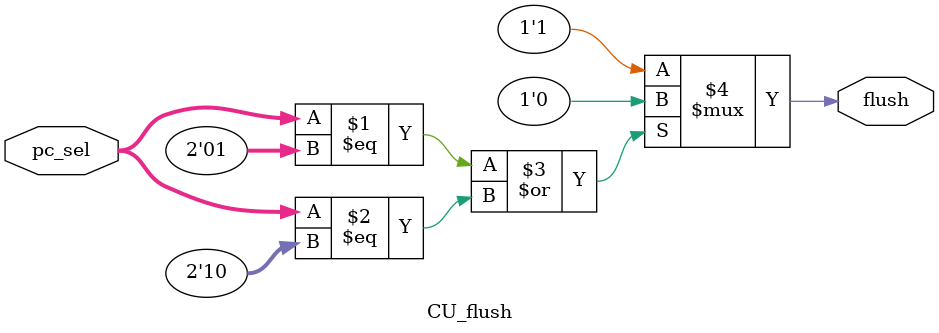
<source format=v>
`timescale 1ns / 1ps
module  CU_flush(pc_sel, flush);
    input [1:0] pc_sel;
    output flush;
    assign flush = ((pc_sel == 2'b01) | (pc_sel == 2'b10)) ? 1'b0 : 1'b1;
endmodule
</source>
